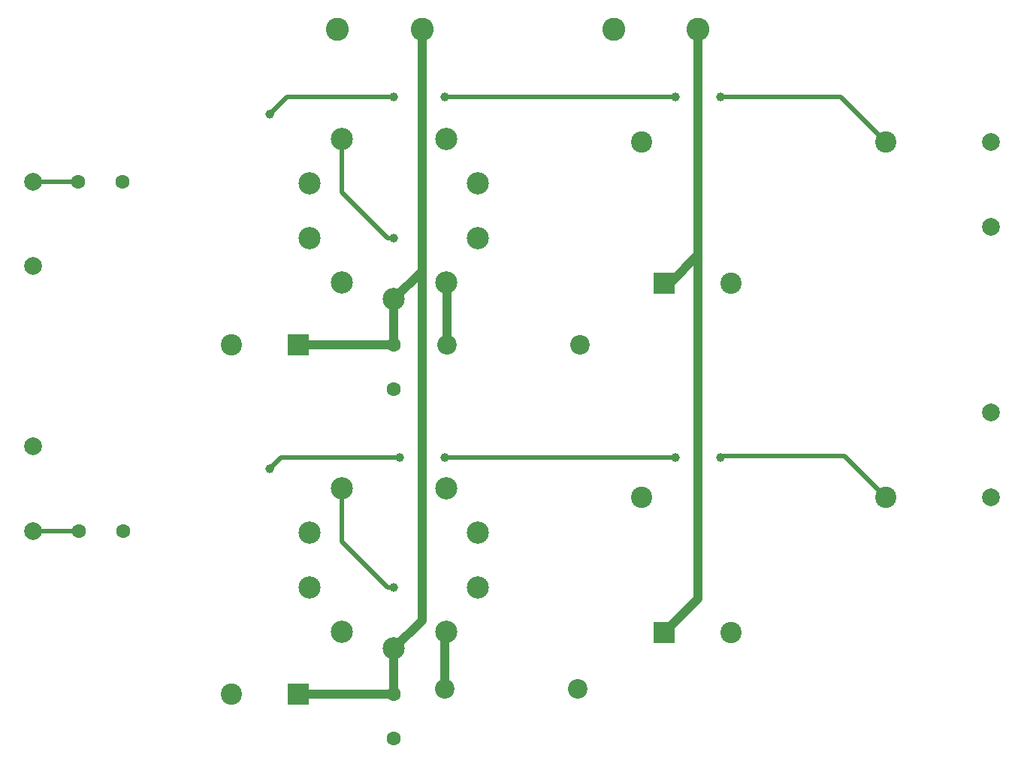
<source format=gbr>
G04 #@! TF.GenerationSoftware,KiCad,Pcbnew,(5.1.9-0-10_14)*
G04 #@! TF.CreationDate,2021-01-19T13:48:43+01:00*
G04 #@! TF.ProjectId,pre-amp-ecc88,7072652d-616d-4702-9d65-636338382e6b,rev?*
G04 #@! TF.SameCoordinates,Original*
G04 #@! TF.FileFunction,Copper,L2,Bot*
G04 #@! TF.FilePolarity,Positive*
%FSLAX46Y46*%
G04 Gerber Fmt 4.6, Leading zero omitted, Abs format (unit mm)*
G04 Created by KiCad (PCBNEW (5.1.9-0-10_14)) date 2021-01-19 13:48:43*
%MOMM*%
%LPD*%
G01*
G04 APERTURE LIST*
G04 #@! TA.AperFunction,ComponentPad*
%ADD10C,2.400000*%
G04 #@! TD*
G04 #@! TA.AperFunction,ComponentPad*
%ADD11R,2.400000X2.400000*%
G04 #@! TD*
G04 #@! TA.AperFunction,ComponentPad*
%ADD12C,1.600000*%
G04 #@! TD*
G04 #@! TA.AperFunction,ComponentPad*
%ADD13C,2.499360*%
G04 #@! TD*
G04 #@! TA.AperFunction,ComponentPad*
%ADD14C,2.000000*%
G04 #@! TD*
G04 #@! TA.AperFunction,ComponentPad*
%ADD15C,2.600000*%
G04 #@! TD*
G04 #@! TA.AperFunction,ComponentPad*
%ADD16C,2.200000*%
G04 #@! TD*
G04 #@! TA.AperFunction,ViaPad*
%ADD17C,1.000000*%
G04 #@! TD*
G04 #@! TA.AperFunction,Conductor*
%ADD18C,0.500000*%
G04 #@! TD*
G04 #@! TA.AperFunction,Conductor*
%ADD19C,1.000000*%
G04 #@! TD*
G04 APERTURE END LIST*
D10*
X66160000Y-111760000D03*
D11*
X73660000Y-111760000D03*
D12*
X84455000Y-116760000D03*
X84455000Y-111760000D03*
D10*
X66160000Y-151130000D03*
D11*
X73660000Y-151130000D03*
D12*
X84455000Y-156130000D03*
X84455000Y-151130000D03*
D13*
X78562200Y-88519000D03*
X74930000Y-93522800D03*
X74930000Y-99695000D03*
X78562200Y-104698800D03*
X84439760Y-106608880D03*
X90317320Y-104698800D03*
X93949520Y-99695000D03*
X93949520Y-93522800D03*
X90317320Y-88519000D03*
D14*
X151765000Y-98425000D03*
X151765000Y-88900000D03*
D15*
X78105000Y-76200000D03*
X87630000Y-76200000D03*
D14*
X43815000Y-102870000D03*
X43815000Y-93345000D03*
D10*
X112395000Y-88900000D03*
X139895000Y-88900000D03*
X122435000Y-104775000D03*
D11*
X114935000Y-104775000D03*
D16*
X105410000Y-111760000D03*
X90410000Y-111760000D03*
D12*
X48895000Y-93345000D03*
X53895000Y-93345000D03*
D14*
X151765000Y-119380000D03*
X151765000Y-128905000D03*
D15*
X109220000Y-76200000D03*
X118745000Y-76200000D03*
D14*
X43815000Y-123190000D03*
X43815000Y-132715000D03*
D10*
X112395000Y-128905000D03*
X139895000Y-128905000D03*
X122435000Y-144145000D03*
D11*
X114935000Y-144145000D03*
D16*
X105170000Y-150495000D03*
X90170000Y-150495000D03*
D12*
X48975000Y-132715000D03*
X53975000Y-132715000D03*
D13*
X78562200Y-127889000D03*
X74930000Y-132892800D03*
X74930000Y-139065000D03*
X78562200Y-144068800D03*
X84439760Y-145978880D03*
X90317320Y-144068800D03*
X93949520Y-139065000D03*
X93949520Y-132892800D03*
X90317320Y-127889000D03*
D17*
X121285000Y-124460000D03*
X116205000Y-124460000D03*
X90170000Y-124460000D03*
X85090000Y-124460000D03*
X70485000Y-125730000D03*
X84455000Y-139065000D03*
X121285000Y-83820000D03*
X116205000Y-83820000D03*
X90170000Y-83820000D03*
X84455000Y-83820000D03*
X70485000Y-85725000D03*
X84455000Y-99695000D03*
D18*
X43815000Y-132715000D02*
X48975000Y-132715000D01*
D19*
X118745000Y-140335000D02*
X114935000Y-144145000D01*
X115570000Y-104775000D02*
X118745000Y-101600000D01*
X118745000Y-101600000D02*
X118745000Y-140335000D01*
X114935000Y-104775000D02*
X115570000Y-104775000D01*
X118745000Y-101600000D02*
X118745000Y-76200000D01*
X90410000Y-104791480D02*
X90317320Y-104698800D01*
X90410000Y-111760000D02*
X90410000Y-104791480D01*
X90170000Y-144216120D02*
X90317320Y-144068800D01*
X90170000Y-150495000D02*
X90170000Y-144216120D01*
D18*
X139895000Y-128905000D02*
X135255000Y-124265000D01*
X121480000Y-124265000D02*
X121285000Y-124460000D01*
X135255000Y-124265000D02*
X121480000Y-124265000D01*
X116205000Y-124460000D02*
X90170000Y-124460000D01*
X71755000Y-124460000D02*
X70485000Y-125730000D01*
X85090000Y-124460000D02*
X71755000Y-124460000D01*
D19*
X87630000Y-103418640D02*
X84439760Y-106608880D01*
X87630000Y-142788640D02*
X84439760Y-145978880D01*
X87630000Y-103418640D02*
X87630000Y-142788640D01*
X84455000Y-106624120D02*
X84439760Y-106608880D01*
X84455000Y-111760000D02*
X84455000Y-106624120D01*
X73660000Y-111760000D02*
X84455000Y-111760000D01*
X84455000Y-145994120D02*
X84439760Y-145978880D01*
X84455000Y-151130000D02*
X84455000Y-145994120D01*
X73660000Y-151130000D02*
X84455000Y-151130000D01*
X87630000Y-103418640D02*
X87630000Y-76200000D01*
D18*
X78562200Y-133879306D02*
X78562200Y-127889000D01*
X83747894Y-139065000D02*
X78562200Y-133879306D01*
X84455000Y-139065000D02*
X83747894Y-139065000D01*
X43815000Y-93345000D02*
X48895000Y-93345000D01*
X139895000Y-88900000D02*
X134815000Y-83820000D01*
X134815000Y-83820000D02*
X121285000Y-83820000D01*
X116205000Y-83820000D02*
X90170000Y-83820000D01*
X72390000Y-83820000D02*
X70485000Y-85725000D01*
X84455000Y-83820000D02*
X72390000Y-83820000D01*
X78562200Y-94509306D02*
X78562200Y-88519000D01*
X83747894Y-99695000D02*
X78562200Y-94509306D01*
X84455000Y-99695000D02*
X83747894Y-99695000D01*
M02*

</source>
